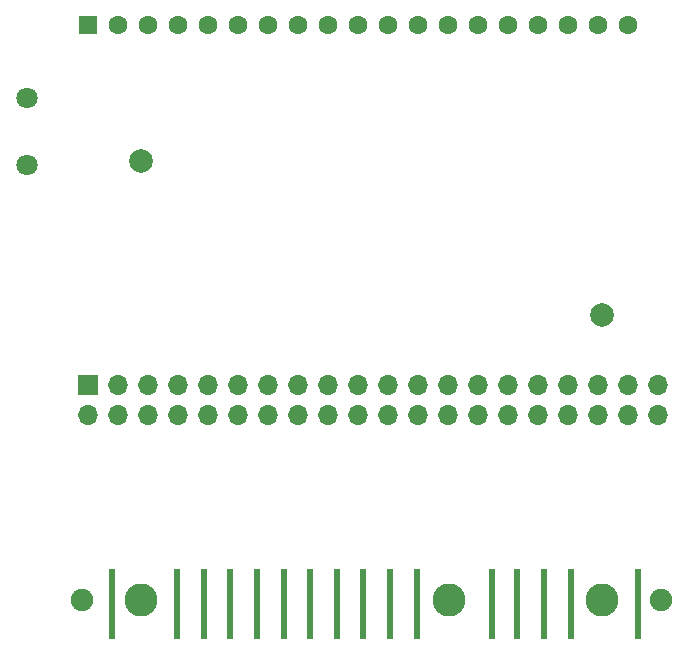
<source format=gbs>
%TF.GenerationSoftware,KiCad,Pcbnew,6.0.2+dfsg-1*%
%TF.CreationDate,2023-01-12T07:52:02+09:00*%
%TF.ProjectId,Akashi-10,416b6173-6869-42d3-9130-2e6b69636164,rev?*%
%TF.SameCoordinates,Original*%
%TF.FileFunction,Soldermask,Bot*%
%TF.FilePolarity,Negative*%
%FSLAX46Y46*%
G04 Gerber Fmt 4.6, Leading zero omitted, Abs format (unit mm)*
G04 Created by KiCad (PCBNEW 6.0.2+dfsg-1) date 2023-01-12 07:52:02*
%MOMM*%
%LPD*%
G01*
G04 APERTURE LIST*
%ADD10R,0.500000X6.000000*%
%ADD11C,1.800000*%
%ADD12R,1.600000X1.600000*%
%ADD13C,1.600000*%
%ADD14C,2.800000*%
%ADD15C,2.000000*%
%ADD16C,1.900000*%
%ADD17R,1.700000X1.700000*%
%ADD18O,1.700000X1.700000*%
G04 APERTURE END LIST*
D10*
%TO.C,P1*%
X130000000Y-134500000D03*
X135500000Y-134500000D03*
X137756000Y-134500000D03*
X140012000Y-134500000D03*
X142268000Y-134500000D03*
X144524000Y-134500000D03*
X146780000Y-134500000D03*
X149036000Y-134500000D03*
X151292000Y-134500000D03*
X153548000Y-134500000D03*
X155804000Y-134500000D03*
X162200000Y-134500000D03*
X164300000Y-134500000D03*
X166580000Y-134500000D03*
X168860000Y-134500000D03*
X174560000Y-134500000D03*
%TD*%
D11*
%TO.C,TP1*%
X122810000Y-97360000D03*
%TD*%
%TO.C,TP2*%
X122810000Y-91645000D03*
%TD*%
D12*
%TO.C,U1*%
X128000000Y-85500000D03*
D13*
X130540000Y-85500000D03*
X133080000Y-85500000D03*
X135620000Y-85500000D03*
X138160000Y-85500000D03*
X140700000Y-85500000D03*
X143240000Y-85500000D03*
X145780000Y-85500000D03*
X148320000Y-85500000D03*
X150860000Y-85500000D03*
X153400000Y-85500000D03*
X155940000Y-85500000D03*
X158480000Y-85500000D03*
X161020000Y-85500000D03*
X163560000Y-85500000D03*
X166100000Y-85500000D03*
X168640000Y-85500000D03*
X171180000Y-85500000D03*
X173720000Y-85500000D03*
%TD*%
D14*
%TO.C,REF\u002A\u002A*%
X171500000Y-134200000D03*
%TD*%
%TO.C,REF\u002A\u002A*%
X158500000Y-134200000D03*
%TD*%
D15*
%TO.C,REF\u002A\u002A*%
X171500000Y-110000000D03*
%TD*%
%TO.C,REF\u002A\u002A*%
X132500000Y-97000000D03*
%TD*%
D16*
%TO.C,REF\u002A\u002A*%
X127500000Y-134200000D03*
%TD*%
%TO.C,REF\u002A\u002A*%
X176500000Y-134200000D03*
%TD*%
D14*
%TO.C,REF\u002A\u002A*%
X132500000Y-134200000D03*
%TD*%
D17*
%TO.C,J1*%
X128000000Y-116000000D03*
D18*
X128000000Y-118540000D03*
X130540000Y-116000000D03*
X130540000Y-118540000D03*
X133080000Y-116000000D03*
X133080000Y-118540000D03*
X135620000Y-116000000D03*
X135620000Y-118540000D03*
X138160000Y-116000000D03*
X138160000Y-118540000D03*
X140700000Y-116000000D03*
X140700000Y-118540000D03*
X143240000Y-116000000D03*
X143240000Y-118540000D03*
X145780000Y-116000000D03*
X145780000Y-118540000D03*
X148320000Y-116000000D03*
X148320000Y-118540000D03*
X150860000Y-116000000D03*
X150860000Y-118540000D03*
X153400000Y-116000000D03*
X153400000Y-118540000D03*
X155940000Y-116000000D03*
X155940000Y-118540000D03*
X158480000Y-116000000D03*
X158480000Y-118540000D03*
X161020000Y-116000000D03*
X161020000Y-118540000D03*
X163560000Y-116000000D03*
X163560000Y-118540000D03*
X166100000Y-116000000D03*
X166100000Y-118540000D03*
X168640000Y-116000000D03*
X168640000Y-118540000D03*
X171180000Y-116000000D03*
X171180000Y-118540000D03*
X173720000Y-116000000D03*
X173720000Y-118540000D03*
X176260000Y-116000000D03*
X176260000Y-118540000D03*
%TD*%
M02*

</source>
